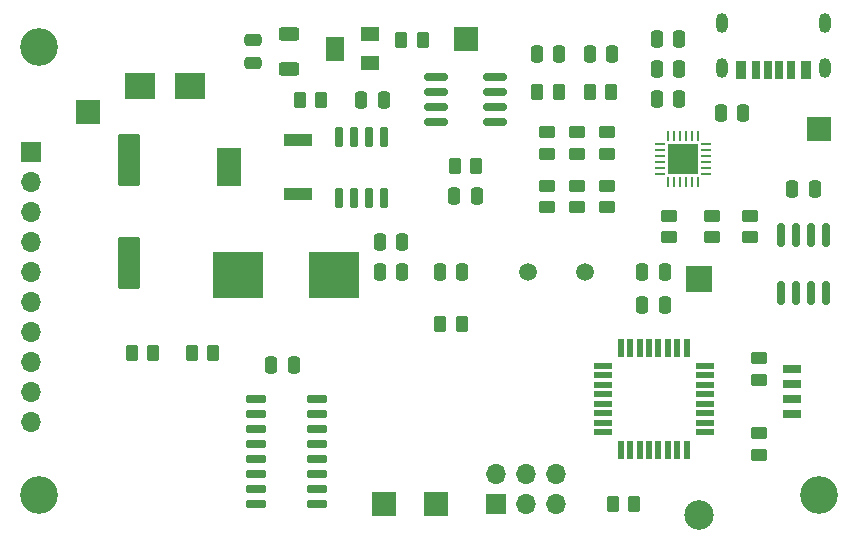
<source format=gbr>
%TF.GenerationSoftware,KiCad,Pcbnew,(6.0.2)*%
%TF.CreationDate,2023-05-20T08:16:15+01:00*%
%TF.ProjectId,Main Board,4d61696e-2042-46f6-9172-642e6b696361,rev?*%
%TF.SameCoordinates,Original*%
%TF.FileFunction,Soldermask,Top*%
%TF.FilePolarity,Negative*%
%FSLAX46Y46*%
G04 Gerber Fmt 4.6, Leading zero omitted, Abs format (unit mm)*
G04 Created by KiCad (PCBNEW (6.0.2)) date 2023-05-20 08:16:15*
%MOMM*%
%LPD*%
G01*
G04 APERTURE LIST*
G04 Aperture macros list*
%AMRoundRect*
0 Rectangle with rounded corners*
0 $1 Rounding radius*
0 $2 $3 $4 $5 $6 $7 $8 $9 X,Y pos of 4 corners*
0 Add a 4 corners polygon primitive as box body*
4,1,4,$2,$3,$4,$5,$6,$7,$8,$9,$2,$3,0*
0 Add four circle primitives for the rounded corners*
1,1,$1+$1,$2,$3*
1,1,$1+$1,$4,$5*
1,1,$1+$1,$6,$7*
1,1,$1+$1,$8,$9*
0 Add four rect primitives between the rounded corners*
20,1,$1+$1,$2,$3,$4,$5,0*
20,1,$1+$1,$4,$5,$6,$7,0*
20,1,$1+$1,$6,$7,$8,$9,0*
20,1,$1+$1,$8,$9,$2,$3,0*%
G04 Aperture macros list end*
%ADD10RoundRect,0.250000X-0.250000X-0.475000X0.250000X-0.475000X0.250000X0.475000X-0.250000X0.475000X0*%
%ADD11RoundRect,0.070000X1.075000X-0.475000X1.075000X0.475000X-1.075000X0.475000X-1.075000X-0.475000X0*%
%ADD12R,2.150000X3.250000*%
%ADD13RoundRect,0.250000X-0.262500X-0.450000X0.262500X-0.450000X0.262500X0.450000X-0.262500X0.450000X0*%
%ADD14RoundRect,0.150000X0.825000X0.150000X-0.825000X0.150000X-0.825000X-0.150000X0.825000X-0.150000X0*%
%ADD15RoundRect,0.250000X0.250000X0.475000X-0.250000X0.475000X-0.250000X-0.475000X0.250000X-0.475000X0*%
%ADD16R,1.600000X1.300000*%
%ADD17R,1.600000X2.000000*%
%ADD18RoundRect,0.250000X-0.450000X0.262500X-0.450000X-0.262500X0.450000X-0.262500X0.450000X0.262500X0*%
%ADD19C,3.200000*%
%ADD20R,2.000000X2.000000*%
%ADD21RoundRect,0.250000X0.262500X0.450000X-0.262500X0.450000X-0.262500X-0.450000X0.262500X-0.450000X0*%
%ADD22R,4.300000X4.000000*%
%ADD23RoundRect,0.250000X0.450000X-0.262500X0.450000X0.262500X-0.450000X0.262500X-0.450000X-0.262500X0*%
%ADD24O,1.000000X1.700000*%
%ADD25R,0.700000X1.600000*%
%ADD26R,0.800000X1.600000*%
%ADD27R,0.900000X1.600000*%
%ADD28R,0.550000X1.500000*%
%ADD29R,1.500000X0.550000*%
%ADD30R,2.600000X2.600000*%
%ADD31RoundRect,0.062500X-0.062500X-0.350000X0.062500X-0.350000X0.062500X0.350000X-0.062500X0.350000X0*%
%ADD32RoundRect,0.062500X-0.350000X-0.062500X0.350000X-0.062500X0.350000X0.062500X-0.350000X0.062500X0*%
%ADD33RoundRect,0.150000X0.150000X-0.725000X0.150000X0.725000X-0.150000X0.725000X-0.150000X-0.725000X0*%
%ADD34RoundRect,0.250000X-0.625000X0.312500X-0.625000X-0.312500X0.625000X-0.312500X0.625000X0.312500X0*%
%ADD35R,1.600000X0.800000*%
%ADD36R,2.500000X2.300000*%
%ADD37RoundRect,0.150000X-0.725000X-0.150000X0.725000X-0.150000X0.725000X0.150000X-0.725000X0.150000X0*%
%ADD38R,1.700000X1.700000*%
%ADD39O,1.700000X1.700000*%
%ADD40RoundRect,0.150000X-0.150000X0.825000X-0.150000X-0.825000X0.150000X-0.825000X0.150000X0.825000X0*%
%ADD41C,1.500000*%
%ADD42RoundRect,0.250000X-0.700000X1.950000X-0.700000X-1.950000X0.700000X-1.950000X0.700000X1.950000X0*%
%ADD43RoundRect,0.250000X-0.475000X0.250000X-0.475000X-0.250000X0.475000X-0.250000X0.475000X0.250000X0*%
%ADD44R,2.170000X2.170000*%
%ADD45C,2.500000*%
G04 APERTURE END LIST*
D10*
%TO.C,C4*%
X152142233Y-86622233D03*
X154042233Y-86622233D03*
%TD*%
D11*
%TO.C,Q2*%
X138897233Y-86501000D03*
D12*
X133097233Y-84201000D03*
D11*
X138897233Y-81901000D03*
%TD*%
D13*
%TO.C,R14*%
X124820250Y-99949000D03*
X126645250Y-99949000D03*
%TD*%
D10*
%TO.C,C5*%
X169287233Y-78437233D03*
X171187233Y-78437233D03*
%TD*%
D14*
%TO.C,Q1*%
X155567233Y-80342233D03*
X155567233Y-79072233D03*
X155567233Y-77802233D03*
X155567233Y-76532233D03*
X150617233Y-76532233D03*
X150617233Y-77802233D03*
X150617233Y-79072233D03*
X150617233Y-80342233D03*
%TD*%
D13*
%TO.C,R9*%
X165434733Y-77802233D03*
X163609733Y-77802233D03*
%TD*%
%TO.C,R8*%
X159164733Y-77802233D03*
X160989733Y-77802233D03*
%TD*%
D15*
%TO.C,C10*%
X146152233Y-78486000D03*
X144252233Y-78486000D03*
%TD*%
D16*
%TO.C,RV1*%
X144960000Y-75418000D03*
D17*
X142060000Y-74168000D03*
D16*
X144960000Y-72918000D03*
%TD*%
D18*
%TO.C,R18*%
X177907233Y-106734733D03*
X177907233Y-108559733D03*
%TD*%
%TO.C,R3*%
X165100000Y-81264733D03*
X165100000Y-83089733D03*
%TD*%
D19*
%TO.C,H3*%
X117000000Y-112000000D03*
%TD*%
D15*
%TO.C,C1*%
X176587233Y-79637233D03*
X174687233Y-79637233D03*
%TD*%
%TO.C,C12*%
X152822233Y-93042233D03*
X150922233Y-93042233D03*
%TD*%
D20*
%TO.C,TP2*%
X146157233Y-112727233D03*
%TD*%
D21*
%TO.C,R17*%
X152784733Y-97487233D03*
X150959733Y-97487233D03*
%TD*%
D22*
%TO.C,L1*%
X141952233Y-93306000D03*
X133852233Y-93306000D03*
%TD*%
D23*
%TO.C,R4*%
X162560000Y-81264733D03*
X162560000Y-83089733D03*
%TD*%
D10*
%TO.C,C17*%
X136637233Y-100967233D03*
X138537233Y-100967233D03*
%TD*%
D24*
%TO.C,U1*%
X174837233Y-75772233D03*
X183477233Y-75772233D03*
X174837233Y-71972233D03*
X183477233Y-71972233D03*
D25*
X179657233Y-75952233D03*
D26*
X177637233Y-75952233D03*
D27*
X176407233Y-75952233D03*
D25*
X178657233Y-75952233D03*
D26*
X180677233Y-75952233D03*
D27*
X181907233Y-75952233D03*
%TD*%
D28*
%TO.C,U4*%
X171817233Y-99537233D03*
X171017233Y-99537233D03*
X170217233Y-99537233D03*
X169417233Y-99537233D03*
X168617233Y-99537233D03*
X167817233Y-99537233D03*
X167017233Y-99537233D03*
X166217233Y-99537233D03*
D29*
X164717233Y-101037233D03*
X164717233Y-101837233D03*
X164717233Y-102637233D03*
X164717233Y-103437233D03*
X164717233Y-104237233D03*
X164717233Y-105037233D03*
X164717233Y-105837233D03*
X164717233Y-106637233D03*
D28*
X166217233Y-108137233D03*
X167017233Y-108137233D03*
X167817233Y-108137233D03*
X168617233Y-108137233D03*
X169417233Y-108137233D03*
X170217233Y-108137233D03*
X171017233Y-108137233D03*
X171817233Y-108137233D03*
D29*
X173317233Y-106637233D03*
X173317233Y-105837233D03*
X173317233Y-105037233D03*
X173317233Y-104237233D03*
X173317233Y-103437233D03*
X173317233Y-102637233D03*
X173317233Y-101837233D03*
X173317233Y-101037233D03*
%TD*%
D10*
%TO.C,C3*%
X169287233Y-75897233D03*
X171187233Y-75897233D03*
%TD*%
D30*
%TO.C,U2*%
X171507233Y-83532233D03*
D31*
X170257233Y-81594733D03*
X170757233Y-81594733D03*
X171257233Y-81594733D03*
X171757233Y-81594733D03*
X172257233Y-81594733D03*
X172757233Y-81594733D03*
D32*
X173444733Y-82282233D03*
X173444733Y-82782233D03*
X173444733Y-83282233D03*
X173444733Y-83782233D03*
X173444733Y-84282233D03*
X173444733Y-84782233D03*
D31*
X172757233Y-85469733D03*
X172257233Y-85469733D03*
X171757233Y-85469733D03*
X171257233Y-85469733D03*
X170757233Y-85469733D03*
X170257233Y-85469733D03*
D32*
X169569733Y-84782233D03*
X169569733Y-84282233D03*
X169569733Y-83782233D03*
X169569733Y-83282233D03*
X169569733Y-82782233D03*
X169569733Y-82282233D03*
%TD*%
D13*
%TO.C,R21*%
X147654000Y-73406000D03*
X149479000Y-73406000D03*
%TD*%
D18*
%TO.C,R6*%
X162560000Y-85779733D03*
X162560000Y-87604733D03*
%TD*%
D19*
%TO.C,H1*%
X117000000Y-74000000D03*
%TD*%
D15*
%TO.C,C15*%
X169967233Y-95885000D03*
X168067233Y-95885000D03*
%TD*%
D33*
%TO.C,U3*%
X142347233Y-86776000D03*
X143617233Y-86776000D03*
X144887233Y-86776000D03*
X146157233Y-86776000D03*
X146157233Y-81626000D03*
X144887233Y-81626000D03*
X143617233Y-81626000D03*
X142347233Y-81626000D03*
%TD*%
D20*
%TO.C,TP1*%
X182987233Y-80977233D03*
%TD*%
%TO.C,TP4*%
X153142233Y-73357233D03*
%TD*%
D23*
%TO.C,R10*%
X173990000Y-90144733D03*
X173990000Y-88319733D03*
%TD*%
D10*
%TO.C,C2*%
X169287233Y-73357233D03*
X171187233Y-73357233D03*
%TD*%
D20*
%TO.C,TP3*%
X150602233Y-112727233D03*
%TD*%
D34*
%TO.C,R20*%
X138176000Y-72959500D03*
X138176000Y-75884500D03*
%TD*%
D23*
%TO.C,R5*%
X165100000Y-87604733D03*
X165100000Y-85779733D03*
%TD*%
D35*
%TO.C,J1*%
X180717233Y-101327233D03*
X180717233Y-102577233D03*
X180717233Y-103827233D03*
X180717233Y-105077233D03*
%TD*%
D23*
%TO.C,R1*%
X160020000Y-87604733D03*
X160020000Y-85779733D03*
%TD*%
D19*
%TO.C,H2*%
X183000000Y-112000000D03*
%TD*%
D23*
%TO.C,R12*%
X170287233Y-90144733D03*
X170287233Y-88319733D03*
%TD*%
D15*
%TO.C,C6*%
X165522233Y-74627233D03*
X163622233Y-74627233D03*
%TD*%
D13*
%TO.C,R19*%
X139041500Y-78486000D03*
X140866500Y-78486000D03*
%TD*%
D20*
%TO.C,TP5*%
X121158000Y-79502000D03*
%TD*%
D23*
%TO.C,R11*%
X177165000Y-90144733D03*
X177165000Y-88319733D03*
%TD*%
D10*
%TO.C,C7*%
X159127233Y-74627233D03*
X161027233Y-74627233D03*
%TD*%
D13*
%TO.C,R7*%
X152179733Y-84082233D03*
X154004733Y-84082233D03*
%TD*%
%TO.C,R15*%
X129900250Y-99949000D03*
X131725250Y-99949000D03*
%TD*%
D36*
%TO.C,D1*%
X125485000Y-77343000D03*
X129785000Y-77343000D03*
%TD*%
D37*
%TO.C,U5*%
X135327233Y-103837233D03*
X135327233Y-105107233D03*
X135327233Y-106377233D03*
X135327233Y-107647233D03*
X135327233Y-108917233D03*
X135327233Y-110187233D03*
X135327233Y-111457233D03*
X135327233Y-112727233D03*
X140477233Y-112727233D03*
X140477233Y-111457233D03*
X140477233Y-110187233D03*
X140477233Y-108917233D03*
X140477233Y-107647233D03*
X140477233Y-106377233D03*
X140477233Y-105107233D03*
X140477233Y-103837233D03*
%TD*%
D15*
%TO.C,C11*%
X169967233Y-93042233D03*
X168067233Y-93042233D03*
%TD*%
D38*
%TO.C,J2*%
X155682233Y-112727233D03*
D39*
X155682233Y-110187233D03*
X158222233Y-112727233D03*
X158222233Y-110187233D03*
X160762233Y-112727233D03*
X160762233Y-110187233D03*
%TD*%
D10*
%TO.C,C8*%
X145842233Y-93091000D03*
X147742233Y-93091000D03*
%TD*%
D40*
%TO.C,U6*%
X183622233Y-89932233D03*
X182352233Y-89932233D03*
X181082233Y-89932233D03*
X179812233Y-89932233D03*
X179812233Y-94882233D03*
X181082233Y-94882233D03*
X182352233Y-94882233D03*
X183622233Y-94882233D03*
%TD*%
D41*
%TO.C,Y1*%
X163212233Y-93042233D03*
X158332233Y-93042233D03*
%TD*%
D23*
%TO.C,R16*%
X177907233Y-102209733D03*
X177907233Y-100384733D03*
%TD*%
D21*
%TO.C,R13*%
X167389733Y-112727233D03*
X165564733Y-112727233D03*
%TD*%
D15*
%TO.C,C16*%
X182667233Y-86057233D03*
X180767233Y-86057233D03*
%TD*%
D42*
%TO.C,C13*%
X124567233Y-83592233D03*
X124567233Y-92292233D03*
%TD*%
D38*
%TO.C,J3*%
X116312233Y-82882233D03*
D39*
X116312233Y-85422233D03*
X116312233Y-87962233D03*
X116312233Y-90502233D03*
X116312233Y-93042233D03*
X116312233Y-95582233D03*
X116312233Y-98122233D03*
X116312233Y-100662233D03*
X116312233Y-103202233D03*
X116312233Y-105742233D03*
%TD*%
D23*
%TO.C,R2*%
X160020000Y-81264733D03*
X160020000Y-83089733D03*
%TD*%
D43*
%TO.C,C14*%
X135128000Y-73472000D03*
X135128000Y-75372000D03*
%TD*%
D15*
%TO.C,C9*%
X147742233Y-90551000D03*
X145842233Y-90551000D03*
%TD*%
D44*
%TO.C,BAT1*%
X172827233Y-93677233D03*
D45*
X172827233Y-113677233D03*
%TD*%
M02*

</source>
